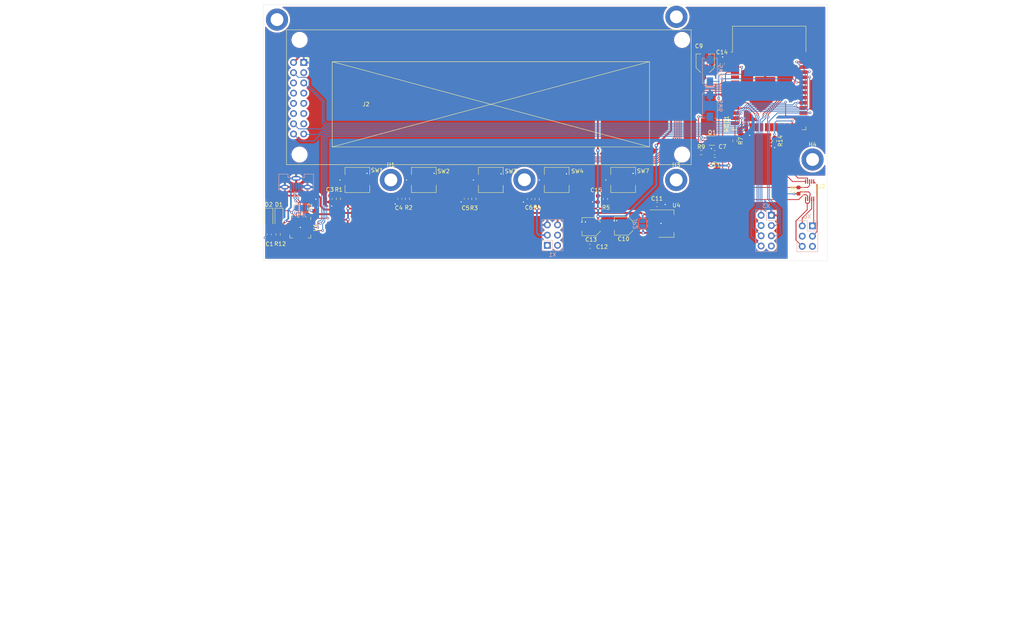
<source format=kicad_pcb>
(kicad_pcb (version 20211014) (generator pcbnew)

  (general
    (thickness 1.6)
  )

  (paper "A4")
  (layers
    (0 "F.Cu" signal)
    (31 "B.Cu" signal)
    (32 "B.Adhes" user "B.Adhesive")
    (33 "F.Adhes" user "F.Adhesive")
    (34 "B.Paste" user)
    (35 "F.Paste" user)
    (36 "B.SilkS" user "B.Silkscreen")
    (37 "F.SilkS" user "F.Silkscreen")
    (38 "B.Mask" user)
    (39 "F.Mask" user)
    (40 "Dwgs.User" user "User.Drawings")
    (41 "Cmts.User" user "User.Comments")
    (42 "Eco1.User" user "User.Eco1")
    (43 "Eco2.User" user "User.Eco2")
    (44 "Edge.Cuts" user)
    (45 "Margin" user)
    (46 "B.CrtYd" user "B.Courtyard")
    (47 "F.CrtYd" user "F.Courtyard")
    (48 "B.Fab" user)
    (49 "F.Fab" user)
  )

  (setup
    (stackup
      (layer "F.SilkS" (type "Top Silk Screen"))
      (layer "F.Paste" (type "Top Solder Paste"))
      (layer "F.Mask" (type "Top Solder Mask") (thickness 0.01))
      (layer "F.Cu" (type "copper") (thickness 0.035))
      (layer "dielectric 1" (type "core") (thickness 1.51) (material "FR4") (epsilon_r 4.5) (loss_tangent 0.02))
      (layer "B.Cu" (type "copper") (thickness 0.035))
      (layer "B.Mask" (type "Bottom Solder Mask") (thickness 0.01))
      (layer "B.Paste" (type "Bottom Solder Paste"))
      (layer "B.SilkS" (type "Bottom Silk Screen"))
      (copper_finish "None")
      (dielectric_constraints no)
    )
    (pad_to_mask_clearance 0)
    (pcbplotparams
      (layerselection 0x00010fc_ffffffff)
      (disableapertmacros false)
      (usegerberextensions false)
      (usegerberattributes true)
      (usegerberadvancedattributes true)
      (creategerberjobfile true)
      (svguseinch false)
      (svgprecision 6)
      (excludeedgelayer true)
      (plotframeref false)
      (viasonmask false)
      (mode 1)
      (useauxorigin false)
      (hpglpennumber 1)
      (hpglpenspeed 20)
      (hpglpendiameter 15.000000)
      (dxfpolygonmode true)
      (dxfimperialunits true)
      (dxfusepcbnewfont true)
      (psnegative false)
      (psa4output false)
      (plotreference true)
      (plotvalue true)
      (plotinvisibletext false)
      (sketchpadsonfab false)
      (subtractmaskfromsilk false)
      (outputformat 1)
      (mirror false)
      (drillshape 1)
      (scaleselection 1)
      (outputdirectory "")
    )
  )

  (net 0 "")
  (net 1 "VCC")
  (net 2 "GND")
  (net 3 "+3V3")
  (net 4 "/ESP_RST")
  (net 5 "/BTN_USR_1")
  (net 6 "/BTN_USR_2")
  (net 7 "/BTN_USR_3")
  (net 8 "/BTN_USR_4")
  (net 9 "/OVER")
  (net 10 "unconnected-(U1-Pad1)")
  (net 11 "unconnected-(U1-Pad2)")
  (net 12 "unconnected-(U1-Pad10)")
  (net 13 "unconnected-(U1-Pad11)")
  (net 14 "unconnected-(U1-Pad12)")
  (net 15 "unconnected-(U1-Pad13)")
  (net 16 "unconnected-(U1-Pad14)")
  (net 17 "unconnected-(U1-Pad15)")
  (net 18 "unconnected-(U1-Pad16)")
  (net 19 "unconnected-(U1-Pad17)")
  (net 20 "unconnected-(U1-Pad18)")
  (net 21 "unconnected-(U1-Pad19)")
  (net 22 "unconnected-(U1-Pad20)")
  (net 23 "unconnected-(U1-Pad21)")
  (net 24 "/ESP_GPIO0")
  (net 25 "unconnected-(U1-Pad22)")
  (net 26 "unconnected-(U1-Pad23)")
  (net 27 "unconnected-(U1-Pad27)")
  (net 28 "/IN_ADC0")
  (net 29 "/I2C_SDA")
  (net 30 "/ESP_RX")
  (net 31 "/ESP_TX")
  (net 32 "/I2C_SCL")
  (net 33 "/IN_ADC1")
  (net 34 "/IN_ADC2")
  (net 35 "unconnected-(U2-Pad7)")
  (net 36 "/ADC_RDY")
  (net 37 "/BTN_USR_5")
  (net 38 "/uC04")
  (net 39 "/uC05")
  (net 40 "/uC03")
  (net 41 "/ESP_GPIO2")
  (net 42 "/uC06")
  (net 43 "/uC02")
  (net 44 "unconnected-(X3-Pad7)")
  (net 45 "VBUS")
  (net 46 "Net-(JP1-Pad2)")
  (net 47 "unconnected-(X6-Pad4)")
  (net 48 "unconnected-(X6-Pad5)")
  (net 49 "/DTR")
  (net 50 "/RTS")
  (net 51 "/USB_RST")
  (net 52 "/D-")
  (net 53 "/D+")
  (net 54 "+5V")
  (net 55 "unconnected-(J2-Pad3)")
  (net 56 "unconnected-(X1-Pad1)")
  (net 57 "/OLED_MOSI")
  (net 58 "unconnected-(J2-Pad6)")
  (net 59 "unconnected-(J2-Pad7)")
  (net 60 "unconnected-(J2-Pad8)")
  (net 61 "unconnected-(J2-Pad9)")
  (net 62 "unconnected-(J2-Pad10)")
  (net 63 "unconnected-(J2-Pad11)")
  (net 64 "unconnected-(J2-Pad12)")
  (net 65 "unconnected-(J2-Pad13)")
  (net 66 "/OLED_DC")
  (net 67 "/OLED_RST")
  (net 68 "/OLED_CS")
  (net 69 "/ESP_GPIO12")
  (net 70 "/BUZZER")
  (net 71 "unconnected-(MOD1-Pad17)")
  (net 72 "unconnected-(MOD1-Pad18)")
  (net 73 "unconnected-(MOD1-Pad19)")
  (net 74 "unconnected-(MOD1-Pad20)")
  (net 75 "unconnected-(MOD1-Pad21)")
  (net 76 "unconnected-(MOD1-Pad22)")
  (net 77 "/OLED_SCK")
  (net 78 "/uC01")
  (net 79 "unconnected-(MOD1-Pad32)")
  (net 80 "unconnected-(X1-Pad2)")
  (net 81 "unconnected-(X1-Pad4)")

  (footprint "Capacitor_SMD:C_0603_1608Metric" (layer "F.Cu") (at 187.2996 113.3856 -90))

  (footprint "Capacitor_SMD:C_0603_1608Metric" (layer "F.Cu") (at 104.775 115.443 90))

  (footprint "Capacitor_SMD:C_0603_1608Metric" (layer "F.Cu") (at 55.8546 124.2822 -90))

  (footprint "Button_Switch_SMD:SW_SPST_ALPS_SKPMAME010" (layer "F.Cu") (at 94.244 110.744))

  (footprint "MountingHole:MountingHole_3.2mm_M3_ISO14580_Pad" (layer "F.Cu") (at 57.785 70.8914))

  (footprint "Resistor_SMD:R_0603_1608Metric" (layer "F.Cu") (at 171.5008 101.0412 -90))

  (footprint "MountingHole:MountingHole_3.2mm_M3_ISO14580_Pad" (layer "F.Cu") (at 190.7794 105.664))

  (footprint "MountingHole:MountingHole_3.2mm_M3_ISO14580_Pad" (layer "F.Cu") (at 156.9212 110.744))

  (footprint "Diode_SMD:D_SOD-123" (layer "F.Cu") (at 55.753 120.015 -90))

  (footprint "Capacitor_SMD:C_0603_1608Metric" (layer "F.Cu") (at 137.4648 115.4684 90))

  (footprint "Button_Switch_SMD:SW_SPST_ALPS_SKPMAME010" (layer "F.Cu") (at 110.871 110.744))

  (footprint "Resistor_SMD:R_0603_1608Metric" (layer "F.Cu") (at 90.17 115.443 90))

  (footprint "Capacitor_SMD:C_0603_1608Metric" (layer "F.Cu") (at 120.4976 115.4684 90))

  (footprint "Button_Switch_SMD:SW_SPST_ALPS_SKPMAME010" (layer "F.Cu") (at 143.744 110.744))

  (footprint "Package_SO:TSSOP-10_3x3mm_P0.5mm" (layer "F.Cu") (at 190.0555 113.284 90))

  (footprint "Capacitor_SMD:C_Elec_4x5.4" (layer "F.Cu") (at 135.788 122.3518 180))

  (footprint "MountingHole:MountingHole_3.2mm_M3_ISO14580_Pad" (layer "F.Cu") (at 86.0552 110.744))

  (footprint "Diode_SMD:D_SOD-123" (layer "F.Cu") (at 58.2676 120.015 -90))

  (footprint "Resistor_SMD:R_0603_1608Metric" (layer "F.Cu") (at 106.68 115.443 90))

  (footprint "Button_Switch_SMD:SW_SPST_ALPS_SKPMAME010" (layer "F.Cu") (at 127.244 110.744))

  (footprint "Resistor_SMD:R_0603_1608Metric" (layer "F.Cu") (at 166.497 105.664 180))

  (footprint "Capacitor_SMD:C_0603_1608Metric" (layer "F.Cu") (at 166.4462 103.9368 180))

  (footprint "Capacitor_SMD:C_0603_1608Metric" (layer "F.Cu") (at 88.265 115.443 90))

  (footprint "Capacitor_SMD:C_Elec_4x5.4" (layer "F.Cu") (at 164.1094 81.6864 90))

  (footprint "Resistor_SMD:R_0603_1608Metric" (layer "F.Cu") (at 58.0644 124.2822 -90))

  (footprint "Resistor_SMD:R_0603_1608Metric" (layer "F.Cu") (at 139.3444 115.4684 90))

  (footprint "Package_DFN_QFN:QFN-28-1EP_5x5mm_P0.5mm_EP3.35x3.35mm" (layer "F.Cu") (at 63.5635 122.555 -90))

  (footprint "Resistor_SMD:R_0603_1608Metric" (layer "F.Cu") (at 73.025 115.443 90))

  (footprint "Capacitor_SMD:C_0603_1608Metric" (layer "F.Cu") (at 67.3862 117.475 90))

  (footprint "Capacitor_SMD:C_0603_1608Metric" (layer "F.Cu") (at 152.146 116.84))

  (footprint "Button_Switch_SMD:SW_SPST_ALPS_SKPMAME010" (layer "F.Cu") (at 77.744 110.744))

  (footprint "MountingHole:MountingHole_3.2mm_M3_ISO14580_Pad" (layer "F.Cu") (at 119.2276 110.6932))

  (footprint "Resistor_SMD:R_0603_1608Metric" (layer "F.Cu") (at 122.3772 115.4684 90))

  (footprint "Package_TO_SOT_SMD:SOT-363_SC-70-6" (layer "F.Cu") (at 165.7985 100.965))

  (footprint "MountingHole:MountingHole_3.2mm_M3_ISO14580_Pad" (layer "F.Cu") (at 156.972 70.2056))

  (footprint "Capacitor_SMD:C_0603_1608Metric" (layer "F.Cu") (at 168.3512 81.915 90))

  (footprint "Resistor_SMD:R_0603_1608Metric" (layer "F.Cu") (at 181.356 101.0412 -90))

  (footprint "Package_TO_SOT_SMD:SOT-223-3_TabPin2" (layer "F.Cu") (at 154.457 121.5898))

  (footprint "Resistor_SMD:R_0603_1608Metric" (layer "F.Cu") (at 163.1188 103.9622))

  (footprint "RF_Module:ESP32-WROOM-32" (layer "F.Cu") (at 180.0225 88.392))

  (footprint "Capacitor_SMD:C_0603_1608Metric" (layer "F.Cu") (at 135.509 127.254 180))

  (footprint "Display:OLED_SSD1322_NHD_256X64" (layer "F.Cu") (at 60.1345 106.934 180))

  (footprint "Capacitor_SMD:C_0603_1608Metric" (layer "F.Cu") (at 70.993 115.443 90))

  (footprint "Capacitor_SMD:C_Elec_4x5.4" (layer "F.Cu") (at 143.8398 122.1994 180))

  (footprint "Connector_PinHeader_2.54mm:PinHeader_2x04_P2.54mm_Vertical" (layer "B.Cu") (at 180.5482 119.5424 180))

  (footprint "Jumper:SolderJumper-2_P1.3mm_Open_RoundedPad1.0x1.5mm" (layer "B.Cu") (at 148.5896 121.6152 -90))

  (footprint "Connector_PinHeader_2.54mm:PinHeader_2x03_P2.54mm_Vertical" (layer "B.Cu") (at 124.9172 127))

  (footprint "Connector_PinHeader_2.54mm:PinHeader_2x03_P2.54mm_Vertical" (layer "B.Cu") (at 190.754 122.174 180))

  (footprint "Connector_USB:USB_Micro-B_Molex-105133-0031" (layer "B.Cu") (at 62.5348 111.427006))

  (footprint "Button_Switch_SMD:SW_SPST_EVQPE1" (layer "B.Cu")
    (tedit 5A02FC95) (tstamp a9a36a75-420d-49ce-9062-e6b204c29358)
    (at 165.2905 92.329 90)
    (descr "Light Touch Switch, https://industrial.panasonic.com/cdbs/www-data/pdf/ATK0000/ATK0000CE7.pdf")
    (property "DNP" "DNP")
    (property "Sheetfile" "MiliOhmMeter.kicad_sch")
    (property "Sheetname" "")
    (path "/00000000-0000-0000-0000-000060c7d964")
    (attr smd)
    (fp_text reference "SW6" (at 0 2.65 90) (layer "B.SilkS")
      (effects (font (size 1 1) (thickness 0.15)) (justify mirror))
      (tstamp e0ce8b1e-2183-447d-b62e-9910363bf488)
    )
    (fp_text value "SW_Push" (at 0 -3 90) (layer "B.Fab")
      (effects (font (size 1 1) (thickness 0.15)) (justify mirror))
      (tstamp 266e3bba-095d-4c7e-a334-d2acc8c5dfc8)
    )
    (fp_text user "${REFERENCE}" (at 0 2.65 90) (layer "B.Fab")
      (effects (font (size 1 1) (thickness 0.15)) (justify mirror))
      (tstamp e07dac1a-a540-4074-9f0a-edc06dec3938)
    )
    (fp_line (start -3.1 -1.85) (end 3.1 -1.85) (layer "B.SilkS") (width 0.12) (tstamp 4348d557-be4d-4f4f-a056-99ba92457be5))
    (fp_line (start -3.1 -1.2) (end -3.1 -1.85) (layer "B.SilkS") (width 0.12) (tstamp 494a5eeb-940e-4c1b-9bc7-bda3bd4768e8))
    (fp_line (start -3.1 1.85) (end -3.1 1.2) (layer "B.SilkS") (width 0.12) (tstamp 6c517970-1ff5-4619-b025-c790b0fdffcd))
    (fp_line (start 3.1 1.85) (end 3.1 1.2) (layer "B.SilkS") (width 0.12) (tstam
... [653716 chars truncated]
</source>
